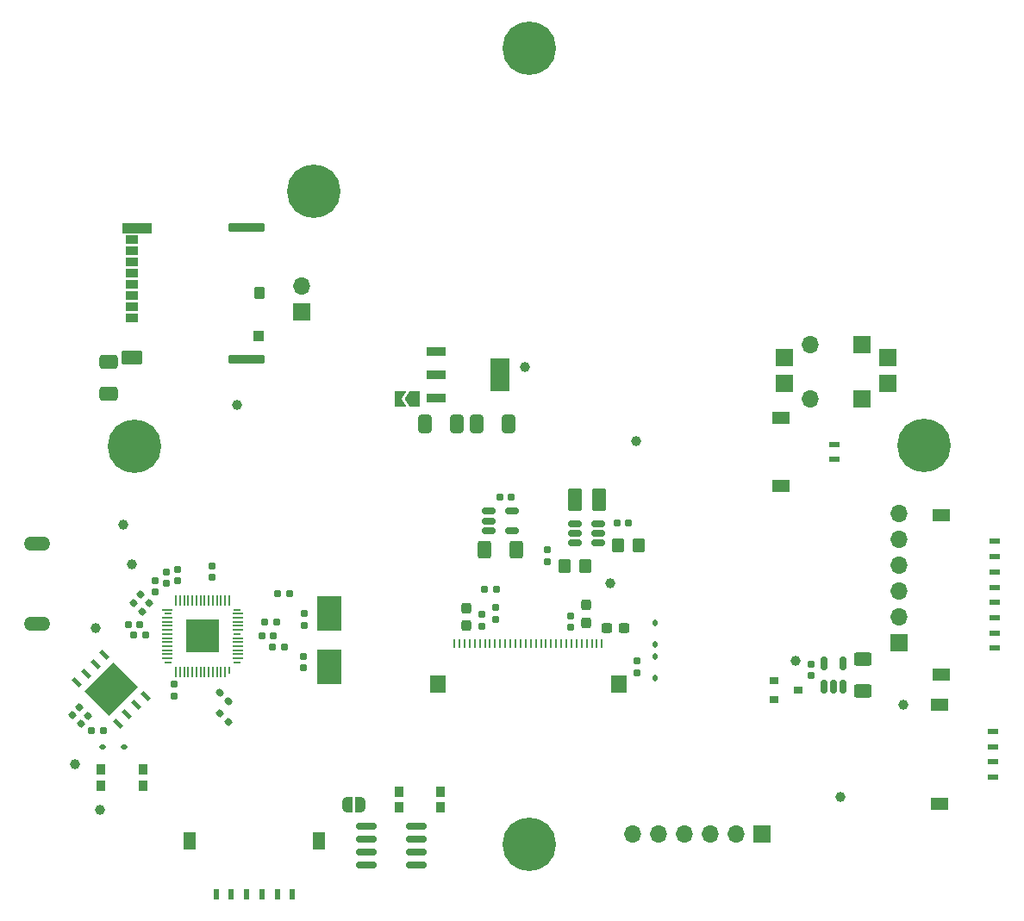
<source format=gbr>
%TF.GenerationSoftware,KiCad,Pcbnew,8.0.4*%
%TF.CreationDate,2025-02-07T11:38:19-05:00*%
%TF.ProjectId,payload_board,7061796c-6f61-4645-9f62-6f6172642e6b,1.0*%
%TF.SameCoordinates,Original*%
%TF.FileFunction,Soldermask,Top*%
%TF.FilePolarity,Negative*%
%FSLAX46Y46*%
G04 Gerber Fmt 4.6, Leading zero omitted, Abs format (unit mm)*
G04 Created by KiCad (PCBNEW 8.0.4) date 2025-02-07 11:38:19*
%MOMM*%
%LPD*%
G01*
G04 APERTURE LIST*
G04 Aperture macros list*
%AMRoundRect*
0 Rectangle with rounded corners*
0 $1 Rounding radius*
0 $2 $3 $4 $5 $6 $7 $8 $9 X,Y pos of 4 corners*
0 Add a 4 corners polygon primitive as box body*
4,1,4,$2,$3,$4,$5,$6,$7,$8,$9,$2,$3,0*
0 Add four circle primitives for the rounded corners*
1,1,$1+$1,$2,$3*
1,1,$1+$1,$4,$5*
1,1,$1+$1,$6,$7*
1,1,$1+$1,$8,$9*
0 Add four rect primitives between the rounded corners*
20,1,$1+$1,$2,$3,$4,$5,0*
20,1,$1+$1,$4,$5,$6,$7,0*
20,1,$1+$1,$6,$7,$8,$9,0*
20,1,$1+$1,$8,$9,$2,$3,0*%
%AMRotRect*
0 Rectangle, with rotation*
0 The origin of the aperture is its center*
0 $1 length*
0 $2 width*
0 $3 Rotation angle, in degrees counterclockwise*
0 Add horizontal line*
21,1,$1,$2,0,0,$3*%
%AMFreePoly0*
4,1,19,0.500000,-0.750000,0.000000,-0.750000,0.000000,-0.744911,-0.071157,-0.744911,-0.207708,-0.704816,-0.327430,-0.627875,-0.420627,-0.520320,-0.479746,-0.390866,-0.500000,-0.250000,-0.500000,0.250000,-0.479746,0.390866,-0.420627,0.520320,-0.327430,0.627875,-0.207708,0.704816,-0.071157,0.744911,0.000000,0.744911,0.000000,0.750000,0.500000,0.750000,0.500000,-0.750000,0.500000,-0.750000,
$1*%
%AMFreePoly1*
4,1,19,0.000000,0.744911,0.071157,0.744911,0.207708,0.704816,0.327430,0.627875,0.420627,0.520320,0.479746,0.390866,0.500000,0.250000,0.500000,-0.250000,0.479746,-0.390866,0.420627,-0.520320,0.327430,-0.627875,0.207708,-0.704816,0.071157,-0.744911,0.000000,-0.744911,0.000000,-0.750000,-0.500000,-0.750000,-0.500000,0.750000,0.000000,0.750000,0.000000,0.744911,0.000000,0.744911,
$1*%
%AMFreePoly2*
4,1,6,1.000000,0.000000,0.500000,-0.750000,-0.500000,-0.750000,-0.500000,0.750000,0.500000,0.750000,1.000000,0.000000,1.000000,0.000000,$1*%
%AMFreePoly3*
4,1,6,0.500000,-0.750000,-0.650000,-0.750000,-0.150000,0.000000,-0.650000,0.750000,0.500000,0.750000,0.500000,-0.750000,0.500000,-0.750000,$1*%
G04 Aperture macros list end*
%ADD10R,0.177800X1.002800*%
%ADD11R,0.188898X1.002800*%
%ADD12R,0.177800X0.752800*%
%ADD13R,0.752800X0.177800*%
%ADD14R,1.002800X0.177800*%
%ADD15R,1.002800X0.188900*%
%ADD16R,0.752800X0.188900*%
%ADD17R,0.188900X1.002800*%
%ADD18R,0.752800X0.177796*%
%ADD19R,3.200400X3.200400*%
%ADD20RoundRect,0.160000X0.160000X-0.197500X0.160000X0.197500X-0.160000X0.197500X-0.160000X-0.197500X0*%
%ADD21C,1.000000*%
%ADD22RoundRect,0.155000X0.212500X0.155000X-0.212500X0.155000X-0.212500X-0.155000X0.212500X-0.155000X0*%
%ADD23RoundRect,0.112500X-0.112500X0.187500X-0.112500X-0.187500X0.112500X-0.187500X0.112500X0.187500X0*%
%ADD24RoundRect,0.155000X-0.212500X-0.155000X0.212500X-0.155000X0.212500X0.155000X-0.212500X0.155000X0*%
%ADD25R,1.000000X0.600000*%
%ADD26R,1.800000X1.250000*%
%ADD27RoundRect,0.250000X0.400000X0.625000X-0.400000X0.625000X-0.400000X-0.625000X0.400000X-0.625000X0*%
%ADD28RoundRect,0.155000X-0.155000X0.212500X-0.155000X-0.212500X0.155000X-0.212500X0.155000X0.212500X0*%
%ADD29FreePoly0,180.000000*%
%ADD30FreePoly1,180.000000*%
%ADD31RoundRect,0.160000X-0.197500X-0.160000X0.197500X-0.160000X0.197500X0.160000X-0.197500X0.160000X0*%
%ADD32RoundRect,0.150000X0.150000X-0.512500X0.150000X0.512500X-0.150000X0.512500X-0.150000X-0.512500X0*%
%ADD33C,5.250000*%
%ADD34RoundRect,0.250000X0.650000X-0.412500X0.650000X0.412500X-0.650000X0.412500X-0.650000X-0.412500X0*%
%ADD35RoundRect,0.160000X0.252791X-0.026517X-0.026517X0.252791X-0.252791X0.026517X0.026517X-0.252791X0*%
%ADD36RoundRect,0.155000X0.155000X-0.212500X0.155000X0.212500X-0.155000X0.212500X-0.155000X-0.212500X0*%
%ADD37R,1.700000X1.700000*%
%ADD38O,1.700000X1.700000*%
%ADD39RoundRect,0.250000X0.350000X0.450000X-0.350000X0.450000X-0.350000X-0.450000X0.350000X-0.450000X0*%
%ADD40RoundRect,0.160000X-0.252791X0.026517X0.026517X-0.252791X0.252791X-0.026517X-0.026517X0.252791X0*%
%ADD41RoundRect,0.237500X0.300000X0.237500X-0.300000X0.237500X-0.300000X-0.237500X0.300000X-0.237500X0*%
%ADD42RoundRect,0.250000X0.625000X-0.400000X0.625000X0.400000X-0.625000X0.400000X-0.625000X-0.400000X0*%
%ADD43FreePoly2,180.000000*%
%ADD44FreePoly3,180.000000*%
%ADD45RoundRect,0.160000X-0.160000X0.197500X-0.160000X-0.197500X0.160000X-0.197500X0.160000X0.197500X0*%
%ADD46R,0.900000X0.800000*%
%ADD47RoundRect,0.112500X0.362392X-0.203293X-0.203293X0.362392X-0.362392X0.203293X0.203293X-0.362392X0*%
%ADD48RotRect,3.400000X4.000000X135.000000*%
%ADD49RoundRect,0.250000X0.412500X0.650000X-0.412500X0.650000X-0.412500X-0.650000X0.412500X-0.650000X0*%
%ADD50RoundRect,0.076200X0.550000X-0.350000X0.550000X0.350000X-0.550000X0.350000X-0.550000X-0.350000X0*%
%ADD51RoundRect,0.076200X0.465000X-0.450000X0.465000X0.450000X-0.465000X0.450000X-0.465000X-0.450000X0*%
%ADD52RoundRect,0.076200X0.390000X-0.525000X0.390000X0.525000X-0.390000X0.525000X-0.390000X-0.525000X0*%
%ADD53RoundRect,0.076200X0.915000X-0.570000X0.915000X0.570000X-0.915000X0.570000X-0.915000X-0.570000X0*%
%ADD54RoundRect,0.076200X1.400000X-0.430000X1.400000X0.430000X-1.400000X0.430000X-1.400000X-0.430000X0*%
%ADD55RoundRect,0.076200X1.665000X-0.350000X1.665000X0.350000X-1.665000X0.350000X-1.665000X-0.350000X0*%
%ADD56R,1.524000X1.701800*%
%ADD57R,0.254000X0.812800*%
%ADD58RoundRect,0.250001X0.462499X0.849999X-0.462499X0.849999X-0.462499X-0.849999X0.462499X-0.849999X0*%
%ADD59RoundRect,0.112500X0.187500X0.112500X-0.187500X0.112500X-0.187500X-0.112500X0.187500X-0.112500X0*%
%ADD60RoundRect,0.150000X-0.512500X-0.150000X0.512500X-0.150000X0.512500X0.150000X-0.512500X0.150000X0*%
%ADD61RoundRect,0.237500X-0.237500X0.300000X-0.237500X-0.300000X0.237500X-0.300000X0.237500X0.300000X0*%
%ADD62RoundRect,0.160000X0.197500X0.160000X-0.197500X0.160000X-0.197500X-0.160000X0.197500X-0.160000X0*%
%ADD63R,2.400000X3.500000*%
%ADD64R,1.850000X0.900000*%
%ADD65R,1.850000X3.200000*%
%ADD66RoundRect,0.150000X0.825000X0.150000X-0.825000X0.150000X-0.825000X-0.150000X0.825000X-0.150000X0*%
%ADD67R,0.900000X1.000000*%
%ADD68RoundRect,0.155000X-0.259862X0.040659X0.040659X-0.259862X0.259862X-0.040659X-0.040659X0.259862X0*%
%ADD69R,0.600000X1.000000*%
%ADD70R,1.250000X1.800000*%
%ADD71RoundRect,0.250000X-0.412500X-0.650000X0.412500X-0.650000X0.412500X0.650000X-0.412500X0.650000X0*%
%ADD72O,2.568400X1.360400*%
G04 APERTURE END LIST*
D10*
%TO.C,IC1*%
X28316400Y-85148600D03*
X28716399Y-85148600D03*
X29116401Y-85148600D03*
X29516400Y-85148600D03*
X29916399Y-85148600D03*
D11*
X30321951Y-85148600D03*
D10*
X30716400Y-85148600D03*
X31116400Y-85148600D03*
X31516399Y-85148600D03*
X31916401Y-85148600D03*
X32316400Y-85148600D03*
X32716399Y-85148600D03*
X33116401Y-85148600D03*
D12*
X33516400Y-85023600D03*
D13*
X34290000Y-84250000D03*
D14*
X34415000Y-83850001D03*
X34415000Y-83449999D03*
D15*
X34415000Y-83055550D03*
D14*
X34415000Y-82650001D03*
X34415000Y-82249999D03*
X34415000Y-81850000D03*
D13*
X34290000Y-81450000D03*
D14*
X34415000Y-81050001D03*
X34415000Y-80649999D03*
X34415000Y-80250000D03*
X34415000Y-79850001D03*
X34415000Y-79449999D03*
D16*
X34290000Y-79055550D03*
D10*
X33516400Y-78151400D03*
X33116401Y-78151400D03*
X32716399Y-78151400D03*
D17*
X32321950Y-78151400D03*
D10*
X31916401Y-78151400D03*
X31516399Y-78151400D03*
X31116400Y-78151400D03*
X30716400Y-78151400D03*
X30316401Y-78151400D03*
X29916399Y-78151400D03*
X29516400Y-78151400D03*
X29116401Y-78151400D03*
X28716399Y-78151400D03*
D17*
X28321950Y-78151400D03*
D14*
X27417800Y-79050000D03*
D13*
X27542800Y-79449999D03*
D14*
X27417800Y-79850001D03*
X27417800Y-80250000D03*
X27417800Y-80649999D03*
X27417800Y-81050001D03*
X27417800Y-81450000D03*
X27417800Y-81850000D03*
X27417800Y-82249999D03*
X27417800Y-82650001D03*
X27417800Y-83050000D03*
X27417800Y-83449999D03*
X27417800Y-83850001D03*
D18*
X27542800Y-84249998D03*
D19*
X30916400Y-81650000D03*
%TD*%
D20*
%TO.C,R19*%
X73550000Y-85260000D03*
X73550000Y-84065000D03*
%TD*%
D21*
%TO.C,TF3V3*%
X20380000Y-80870000D03*
%TD*%
D22*
%TO.C,C8*%
X24777500Y-80540000D03*
X23642500Y-80540000D03*
%TD*%
D23*
%TO.C,D7*%
X75400000Y-83650000D03*
X75400000Y-85750000D03*
%TD*%
D24*
%TO.C,C10*%
X36762500Y-81640000D03*
X37897500Y-81640000D03*
%TD*%
D25*
%TO.C,J8*%
X92950000Y-62800000D03*
X92950000Y-64300000D03*
D26*
X87760000Y-60195000D03*
X87760000Y-66905000D03*
%TD*%
D27*
%TO.C,R13*%
X61724400Y-73169796D03*
X58624400Y-73169796D03*
%TD*%
D28*
%TO.C,C2*%
X40870000Y-79462500D03*
X40870000Y-80597500D03*
%TD*%
D29*
%TO.C,JP2*%
X46400000Y-98250000D03*
D30*
X45100000Y-98250000D03*
%TD*%
D31*
%TO.C,R7*%
X20027500Y-90975000D03*
X21222500Y-90975000D03*
%TD*%
D22*
%TO.C,C19*%
X72767500Y-70580000D03*
X71632500Y-70580000D03*
%TD*%
D32*
%TO.C,U4*%
X91920000Y-86630000D03*
X92870000Y-86630000D03*
X93820000Y-86630000D03*
X93820000Y-84355000D03*
X91920000Y-84355000D03*
%TD*%
D33*
%TO.C,*%
X101782992Y-62956243D03*
%TD*%
D34*
%TO.C,C18*%
X21720000Y-57802500D03*
X21720000Y-54677500D03*
%TD*%
D35*
%TO.C,R5*%
X25667496Y-78397496D03*
X24822504Y-77552504D03*
%TD*%
D36*
%TO.C,C7*%
X31850000Y-75907500D03*
X31850000Y-74772500D03*
%TD*%
D37*
%TO.C,J2*%
X99340000Y-82270000D03*
D38*
X99340000Y-79730000D03*
X99340000Y-77190000D03*
X99340000Y-74650000D03*
X99340000Y-72110000D03*
X99340000Y-69570000D03*
%TD*%
D21*
%TO.C,T3V3*%
X34300000Y-58900000D03*
%TD*%
D25*
%TO.C,J1*%
X108690000Y-72354999D03*
X108690000Y-73854999D03*
X108690000Y-75354998D03*
X108690000Y-76855000D03*
X108690000Y-78355000D03*
X108690000Y-79854999D03*
X108690000Y-81354999D03*
X108690000Y-82854998D03*
D26*
X103500000Y-69750000D03*
X103500000Y-85459997D03*
%TD*%
D39*
%TO.C,R20*%
X68500000Y-74750000D03*
X66500000Y-74750000D03*
%TD*%
D40*
%TO.C,R3*%
X18850632Y-88670632D03*
X19695624Y-89515624D03*
%TD*%
D37*
%TO.C,J15*%
X85852000Y-101092000D03*
D38*
X83312000Y-101092000D03*
X80772000Y-101092000D03*
X78232000Y-101092000D03*
X75692000Y-101092000D03*
X73152000Y-101092000D03*
%TD*%
D41*
%TO.C,C20*%
X72342500Y-80840000D03*
X70617500Y-80840000D03*
%TD*%
D22*
%TO.C,C4*%
X38159500Y-80264000D03*
X37024500Y-80264000D03*
%TD*%
D42*
%TO.C,R14*%
X95740200Y-87042500D03*
X95740200Y-83942500D03*
%TD*%
D21*
%TO.C,TCAM3V3*%
X89140000Y-84060000D03*
%TD*%
D43*
%TO.C,J4*%
X51722500Y-58340000D03*
D44*
X50272500Y-58340000D03*
%TD*%
D28*
%TO.C,C23*%
X67110000Y-79652500D03*
X67110000Y-80787500D03*
%TD*%
D37*
%TO.C,J12*%
X40676000Y-49777000D03*
D38*
X40676000Y-47237000D03*
%TD*%
D22*
%TO.C,C16*%
X61250000Y-68000000D03*
X60115000Y-68000000D03*
%TD*%
D21*
%TO.C,T1V2*%
X23940000Y-74630000D03*
%TD*%
%TO.C,TGND3*%
X93580000Y-97440000D03*
%TD*%
%TO.C,TUCS1*%
X20880000Y-98770000D03*
%TD*%
D45*
%TO.C,R21*%
X64750000Y-73152500D03*
X64750000Y-74347500D03*
%TD*%
D46*
%TO.C,Q1*%
X87050000Y-86020000D03*
X87050000Y-87920000D03*
X89450000Y-86970000D03*
%TD*%
D47*
%TO.C,U1*%
X22601229Y-90234520D03*
X23499255Y-89336494D03*
X24397280Y-88438469D03*
X25295306Y-87540443D03*
X21282475Y-83527612D03*
X20384449Y-84425638D03*
X19486424Y-85323663D03*
X18588398Y-86221689D03*
D48*
X21941852Y-86881066D03*
%TD*%
D49*
%TO.C,C13*%
X60970000Y-60830000D03*
X57845000Y-60830000D03*
%TD*%
D50*
%TO.C,J10*%
X23985000Y-50370000D03*
X23985000Y-49270000D03*
X23985000Y-48170000D03*
X23985000Y-47070000D03*
X23985000Y-45970000D03*
X23985000Y-44870000D03*
X23985000Y-43770000D03*
X23985000Y-42670000D03*
D51*
X36450000Y-52160000D03*
D52*
X36525000Y-47895000D03*
D53*
X24000000Y-54250000D03*
D54*
X24485000Y-41590000D03*
D55*
X35250000Y-54470000D03*
X35250000Y-41510000D03*
%TD*%
D56*
%TO.C,U6*%
X71802700Y-86413200D03*
X53997300Y-86413200D03*
D57*
X55649999Y-82400000D03*
X56149998Y-82400000D03*
X56650000Y-82400000D03*
X57149999Y-82400000D03*
X57650000Y-82400000D03*
X58149999Y-82400000D03*
X58649998Y-82400000D03*
X59150000Y-82400000D03*
X59649999Y-82400000D03*
X60150000Y-82400000D03*
X60649999Y-82400000D03*
X61149998Y-82400000D03*
X61650000Y-82400000D03*
X62149999Y-82400000D03*
X62649998Y-82400000D03*
X63150000Y-82400000D03*
X63649998Y-82400000D03*
X64150000Y-82400000D03*
X64649999Y-82400000D03*
X65149998Y-82400000D03*
X65650000Y-82400000D03*
X66149999Y-82400000D03*
X66650000Y-82400000D03*
X67149999Y-82400000D03*
X67649998Y-82400000D03*
X68150000Y-82400000D03*
X68649999Y-82400000D03*
X69150000Y-82400000D03*
X69649999Y-82400000D03*
X70149998Y-82400000D03*
%TD*%
D58*
%TO.C,L1*%
X69825000Y-68250000D03*
X67500000Y-68250000D03*
%TD*%
D59*
%TO.C,D1*%
X23210000Y-92560000D03*
X21110000Y-92560000D03*
%TD*%
D60*
%TO.C,U7*%
X67475000Y-70600000D03*
X67475000Y-71550000D03*
X67475000Y-72500000D03*
X69750000Y-72500000D03*
X69750000Y-71550000D03*
X69750000Y-70600000D03*
%TD*%
%TO.C,U3*%
X59006000Y-69390196D03*
X59006000Y-70340196D03*
X59006000Y-71290196D03*
X61281000Y-71290196D03*
X61281000Y-69390196D03*
%TD*%
D21*
%TO.C,TDGND1*%
X73500000Y-62500000D03*
%TD*%
D24*
%TO.C,C5*%
X24182500Y-81580000D03*
X25317500Y-81580000D03*
%TD*%
D39*
%TO.C,C26*%
X73750000Y-72750000D03*
X71750000Y-72750000D03*
%TD*%
D40*
%TO.C,R6*%
X24122504Y-78402504D03*
X24967496Y-79247496D03*
%TD*%
D61*
%TO.C,C21*%
X68600000Y-78607500D03*
X68600000Y-80332500D03*
%TD*%
D25*
%TO.C,J3*%
X108520000Y-91024999D03*
X108520000Y-92524999D03*
X108520000Y-94024998D03*
X108520000Y-95525000D03*
D26*
X103330000Y-88420000D03*
X103330000Y-98129999D03*
%TD*%
D28*
%TO.C,C14*%
X26300000Y-76212500D03*
X26300000Y-77347500D03*
%TD*%
D21*
%TO.C,T13V*%
X71000000Y-76500000D03*
%TD*%
D28*
%TO.C,R15*%
X59730000Y-78870000D03*
X59730000Y-80005000D03*
%TD*%
D62*
%TO.C,R2*%
X38967500Y-82730000D03*
X37772500Y-82730000D03*
%TD*%
D36*
%TO.C,C1*%
X40860000Y-84767500D03*
X40860000Y-83632500D03*
%TD*%
D63*
%TO.C,Y1*%
X43400000Y-79440000D03*
X43400000Y-84640000D03*
%TD*%
D36*
%TO.C,C15*%
X28500000Y-76227500D03*
X28500000Y-75092500D03*
%TD*%
D64*
%TO.C,IC2*%
X53900000Y-53700000D03*
X53900000Y-56000000D03*
X53900000Y-58300000D03*
D65*
X60100000Y-56000000D03*
%TD*%
D62*
%TO.C,R1*%
X39445000Y-77500000D03*
X38250000Y-77500000D03*
%TD*%
D33*
%TO.C,*%
X24195000Y-63000000D03*
%TD*%
D61*
%TO.C,C24*%
X56790000Y-78887500D03*
X56790000Y-80612500D03*
%TD*%
D21*
%TO.C,TGND1*%
X23130000Y-70690000D03*
%TD*%
D66*
%TO.C,U2*%
X51945000Y-104170000D03*
X51945000Y-102900000D03*
X51945000Y-101630000D03*
X51945000Y-100360000D03*
X46995000Y-100360000D03*
X46995000Y-101630000D03*
X46995000Y-102900000D03*
X46995000Y-104170000D03*
%TD*%
D67*
%TO.C,SW2*%
X50200000Y-96920000D03*
X54300000Y-96920000D03*
X50200000Y-98520000D03*
X54300000Y-98520000D03*
%TD*%
D68*
%TO.C,C11*%
X32618717Y-87228717D03*
X33421283Y-88031283D03*
%TD*%
D21*
%TO.C,TCGND1*%
X99730000Y-88420000D03*
%TD*%
D36*
%TO.C,C17*%
X90686000Y-85550000D03*
X90686000Y-84415000D03*
%TD*%
D28*
%TO.C,C6*%
X27340000Y-75362500D03*
X27340000Y-76497500D03*
%TD*%
D33*
%TO.C,J2*%
X62988996Y-102081941D03*
%TD*%
D69*
%TO.C,J6*%
X39750000Y-107000000D03*
X38250000Y-107000000D03*
X36750001Y-107000000D03*
X35249999Y-107000000D03*
X33749999Y-107000000D03*
X32250000Y-107000000D03*
D70*
X42354999Y-101810000D03*
X29645001Y-101810000D03*
%TD*%
D28*
%TO.C,C9*%
X28125000Y-86382500D03*
X28125000Y-87517500D03*
%TD*%
%TO.C,C22*%
X58330000Y-79552500D03*
X58330000Y-80687500D03*
%TD*%
D21*
%TO.C,TFGND1*%
X18370000Y-94240000D03*
%TD*%
D24*
%TO.C,R16*%
X58642500Y-77080000D03*
X59777500Y-77080000D03*
%TD*%
D23*
%TO.C,D5*%
X75400000Y-80350000D03*
X75400000Y-82450000D03*
%TD*%
D21*
%TO.C,TREG3V3*%
X62597500Y-55182500D03*
%TD*%
D35*
%TO.C,R4*%
X18950000Y-90240000D03*
X18105008Y-89395008D03*
%TD*%
D67*
%TO.C,SW1*%
X20940000Y-94750000D03*
X25040000Y-94750000D03*
X20940000Y-96350000D03*
X25040000Y-96350000D03*
%TD*%
D35*
%TO.C,R8*%
X33442496Y-90084496D03*
X32597504Y-89239504D03*
%TD*%
D71*
%TO.C,C12*%
X52755000Y-60810000D03*
X55880000Y-60810000D03*
%TD*%
D37*
%TO.C,J_Burn*%
X95705000Y-58360000D03*
X98245000Y-56800000D03*
X98245000Y-54260000D03*
X95705000Y-52990000D03*
D38*
X90625000Y-58360000D03*
D37*
X88085000Y-56800000D03*
X88085000Y-54260000D03*
D38*
X90625000Y-52990000D03*
%TD*%
D33*
%TO.C,*%
X41822243Y-37976859D03*
%TD*%
D72*
%TO.C,J7*%
X14700000Y-80467500D03*
X14700000Y-72567500D03*
%TD*%
D33*
%TO.C,J5*%
X62988996Y-23896243D03*
%TD*%
M02*

</source>
